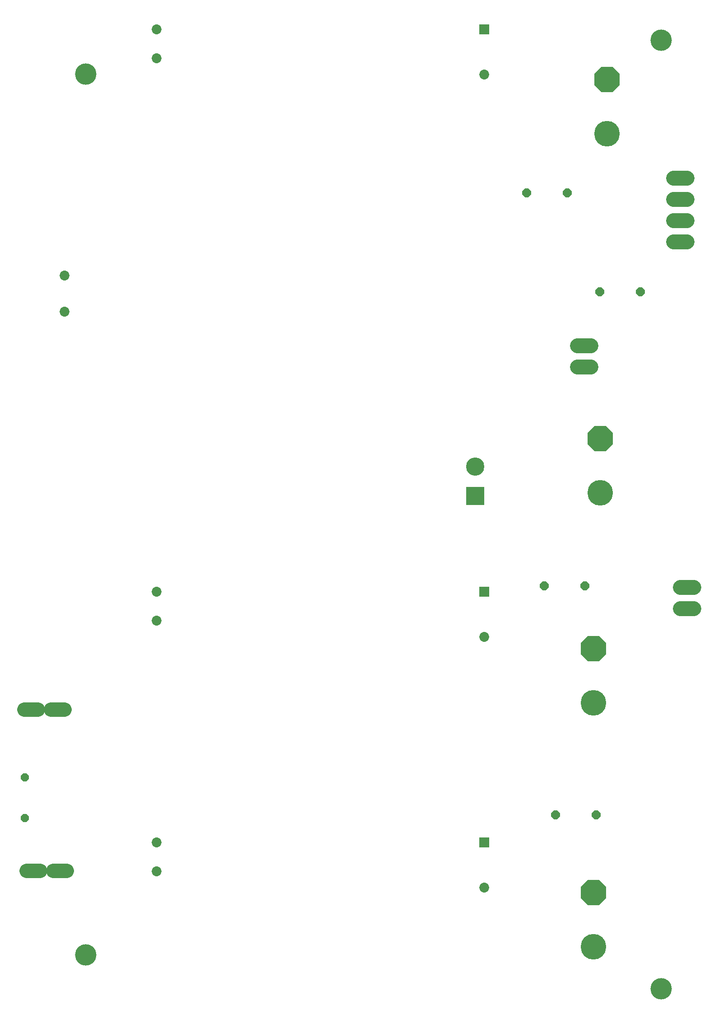
<source format=gts>
G75*
%MOIN*%
%OFA0B0*%
%FSLAX25Y25*%
%IPPOS*%
%LPD*%
%AMOC8*
5,1,8,0,0,1.08239X$1,22.5*
%
%ADD10C,0.15750*%
%ADD11C,0.18900*%
%ADD12OC8,0.18900*%
%ADD13C,0.10800*%
%ADD14OC8,0.06000*%
%ADD15R,0.07296X0.07296*%
%ADD16C,0.07296*%
%ADD17R,0.13461X0.13461*%
%ADD18C,0.13461*%
%ADD19OC8,0.06400*%
%ADD20C,0.10839*%
D10*
X0083371Y0077800D03*
X0508371Y0052800D03*
X0083371Y0727800D03*
X0508371Y0752800D03*
D11*
X0468371Y0683800D03*
X0463371Y0418800D03*
X0458371Y0263800D03*
X0458371Y0083800D03*
D12*
X0458371Y0123800D03*
X0458371Y0303800D03*
X0463371Y0458800D03*
X0468371Y0723800D03*
D13*
X0067713Y0258800D02*
X0057713Y0258800D01*
X0048028Y0258800D02*
X0038028Y0258800D01*
X0039528Y0139800D02*
X0049528Y0139800D01*
X0059213Y0139800D02*
X0069213Y0139800D01*
D14*
X0038371Y0178800D03*
X0038371Y0208800D03*
D15*
X0377623Y0161083D03*
X0377623Y0346083D03*
X0377623Y0761083D03*
D16*
X0377623Y0727619D03*
X0135497Y0739430D03*
X0135497Y0761083D03*
X0067780Y0579115D03*
X0067780Y0552540D03*
X0135497Y0346083D03*
X0135497Y0324430D03*
X0135497Y0161083D03*
X0135497Y0139430D03*
X0377623Y0127619D03*
X0377623Y0312619D03*
D17*
X0370930Y0416713D03*
D18*
X0370930Y0438367D03*
D19*
X0421871Y0350300D03*
X0451871Y0350300D03*
X0460371Y0181300D03*
X0430371Y0181300D03*
X0462871Y0567300D03*
X0492871Y0567300D03*
X0438871Y0640300D03*
X0408871Y0640300D03*
D20*
X0446351Y0527595D02*
X0456391Y0527595D01*
X0456391Y0512005D02*
X0446351Y0512005D01*
X0517351Y0604414D02*
X0527391Y0604414D01*
X0527391Y0620005D02*
X0517351Y0620005D01*
X0517351Y0635595D02*
X0527391Y0635595D01*
X0527391Y0651186D02*
X0517351Y0651186D01*
X0522351Y0349095D02*
X0532391Y0349095D01*
X0532391Y0333505D02*
X0522351Y0333505D01*
M02*

</source>
